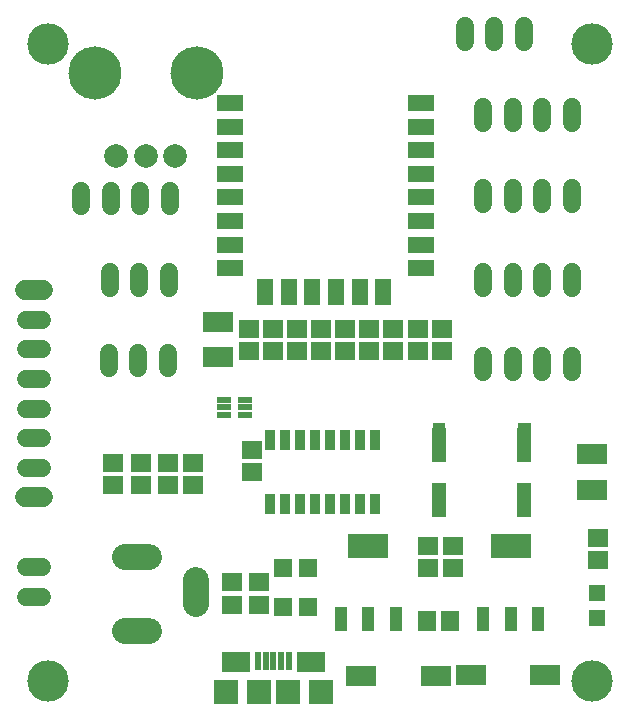
<source format=gbr>
G04 EAGLE Gerber RS-274X export*
G75*
%MOMM*%
%FSLAX34Y34*%
%LPD*%
%INSoldermask Top*%
%IPPOS*%
%AMOC8*
5,1,8,0,0,1.08239X$1,22.5*%
G01*
%ADD10C,3.503200*%
%ADD11R,1.703200X1.503200*%
%ADD12R,2.603200X1.803200*%
%ADD13R,1.503200X1.703200*%
%ADD14R,1.203200X3.003200*%
%ADD15R,1.600200X1.600200*%
%ADD16R,0.603200X1.553200*%
%ADD17R,2.403200X1.803200*%
%ADD18R,2.003200X2.103200*%
%ADD19R,2.103200X2.103200*%
%ADD20C,1.511200*%
%ADD21C,1.711200*%
%ADD22C,2.203200*%
%ADD23R,1.403200X1.403200*%
%ADD24R,1.303200X0.603200*%
%ADD25R,2.503200X1.803200*%
%ADD26R,2.203200X1.403200*%
%ADD27R,1.403200X2.203200*%
%ADD28R,1.103200X2.053200*%
%ADD29R,3.403200X2.053200*%
%ADD30R,0.838200X1.727200*%
%ADD31C,2.003200*%
%ADD32C,4.503200*%

G36*
X365775Y224541D02*
X365775Y224541D01*
X365791Y224539D01*
X365842Y224560D01*
X365895Y224576D01*
X365906Y224588D01*
X365920Y224594D01*
X365952Y224640D01*
X365989Y224681D01*
X365991Y224697D01*
X366000Y224710D01*
X366013Y224790D01*
X366013Y228600D01*
X366010Y228611D01*
X366011Y228619D01*
X366010Y228622D01*
X366011Y228631D01*
X365990Y228682D01*
X365974Y228735D01*
X365962Y228746D01*
X365956Y228760D01*
X365910Y228792D01*
X365869Y228829D01*
X365853Y228831D01*
X365840Y228840D01*
X365760Y228853D01*
X355600Y228853D01*
X355585Y228849D01*
X355569Y228851D01*
X355518Y228830D01*
X355465Y228814D01*
X355454Y228802D01*
X355440Y228796D01*
X355408Y228750D01*
X355371Y228709D01*
X355369Y228693D01*
X355360Y228680D01*
X355347Y228600D01*
X355347Y224790D01*
X355351Y224775D01*
X355349Y224759D01*
X355370Y224708D01*
X355386Y224655D01*
X355398Y224644D01*
X355404Y224630D01*
X355450Y224598D01*
X355491Y224561D01*
X355507Y224559D01*
X355520Y224550D01*
X355600Y224537D01*
X365760Y224537D01*
X365775Y224541D01*
G37*
G36*
X438165Y224541D02*
X438165Y224541D01*
X438181Y224539D01*
X438232Y224560D01*
X438285Y224576D01*
X438296Y224588D01*
X438310Y224594D01*
X438342Y224640D01*
X438379Y224681D01*
X438381Y224697D01*
X438390Y224710D01*
X438403Y224790D01*
X438403Y228600D01*
X438400Y228611D01*
X438401Y228619D01*
X438400Y228622D01*
X438401Y228631D01*
X438380Y228682D01*
X438364Y228735D01*
X438352Y228746D01*
X438346Y228760D01*
X438300Y228792D01*
X438259Y228829D01*
X438243Y228831D01*
X438230Y228840D01*
X438150Y228853D01*
X427990Y228853D01*
X427975Y228849D01*
X427959Y228851D01*
X427908Y228830D01*
X427855Y228814D01*
X427844Y228802D01*
X427830Y228796D01*
X427798Y228750D01*
X427761Y228709D01*
X427759Y228693D01*
X427750Y228680D01*
X427737Y228600D01*
X427737Y224790D01*
X427741Y224775D01*
X427739Y224759D01*
X427760Y224708D01*
X427776Y224655D01*
X427788Y224644D01*
X427794Y224630D01*
X427840Y224598D01*
X427881Y224561D01*
X427897Y224559D01*
X427910Y224550D01*
X427990Y224537D01*
X438150Y224537D01*
X438165Y224541D01*
G37*
D10*
X30000Y550000D03*
X490000Y550000D03*
X490000Y10000D03*
X30000Y10000D03*
D11*
X208092Y74828D03*
X208092Y93828D03*
D12*
X173624Y314588D03*
X173624Y284588D03*
D11*
X200040Y308580D03*
X200040Y289580D03*
X220345Y308697D03*
X220345Y289697D03*
D13*
X350972Y61092D03*
X369972Y61092D03*
D11*
X351150Y105608D03*
X351150Y124608D03*
D12*
X489905Y172353D03*
X489905Y202353D03*
D14*
X432608Y210200D03*
X432608Y163200D03*
D11*
X372938Y124608D03*
X372938Y105608D03*
X201986Y187289D03*
X201986Y206289D03*
D15*
X228600Y105730D03*
X228600Y72710D03*
X249936Y106238D03*
X249936Y73218D03*
D16*
X207520Y27440D03*
X214020Y27440D03*
X220520Y27440D03*
X227020Y27440D03*
X233520Y27440D03*
D17*
X189020Y26190D03*
X252020Y26190D03*
D18*
X180520Y690D03*
D19*
X208520Y690D03*
X232520Y690D03*
D18*
X260520Y690D03*
D20*
X82080Y343360D02*
X82080Y356440D01*
X107080Y356440D02*
X107080Y343360D01*
X132080Y343360D02*
X132080Y356440D01*
X398000Y285320D02*
X398000Y272240D01*
X423000Y272240D02*
X423000Y285320D01*
X448000Y285320D02*
X448000Y272240D01*
X473000Y272240D02*
X473000Y285320D01*
D21*
X25320Y166030D02*
X10240Y166030D01*
D20*
X11240Y191030D02*
X24320Y191030D01*
X24320Y216030D02*
X11240Y216030D01*
X11240Y241030D02*
X24320Y241030D01*
X24320Y266030D02*
X11240Y266030D01*
X11240Y291030D02*
X24320Y291030D01*
X24320Y316030D02*
X11240Y316030D01*
D21*
X10240Y341030D02*
X25320Y341030D01*
D20*
X398000Y483060D02*
X398000Y496140D01*
X423000Y496140D02*
X423000Y483060D01*
X448000Y483060D02*
X448000Y496140D01*
X473000Y496140D02*
X473000Y483060D01*
X24320Y81740D02*
X11240Y81740D01*
X11240Y106740D02*
X24320Y106740D01*
X398000Y414480D02*
X398000Y427560D01*
X423000Y427560D02*
X423000Y414480D01*
X448000Y414480D02*
X448000Y427560D01*
X473000Y427560D02*
X473000Y414480D01*
X57640Y412420D02*
X57640Y425500D01*
X82640Y425500D02*
X82640Y412420D01*
X107640Y412420D02*
X107640Y425500D01*
X132640Y425500D02*
X132640Y412420D01*
X382562Y551564D02*
X382562Y564644D01*
X407562Y564644D02*
X407562Y551564D01*
X432562Y551564D02*
X432562Y564644D01*
X398000Y356440D02*
X398000Y343360D01*
X423000Y343360D02*
X423000Y356440D01*
X448000Y356440D02*
X448000Y343360D01*
X473000Y343360D02*
X473000Y356440D01*
D22*
X115020Y115460D02*
X95020Y115460D01*
X95020Y52460D02*
X115020Y52460D01*
X155020Y75460D02*
X155020Y95460D01*
D23*
X494848Y63988D03*
X494848Y84988D03*
D24*
X196320Y235420D03*
X196320Y241920D03*
X196320Y248420D03*
X178320Y248420D03*
X178320Y241920D03*
X178320Y235420D03*
D11*
X322186Y289712D03*
X322186Y308712D03*
X131280Y195240D03*
X131280Y176240D03*
X362877Y308740D03*
X362877Y289740D03*
X342557Y289740D03*
X342557Y308740D03*
X108420Y195240D03*
X108420Y176240D03*
X301866Y289712D03*
X301866Y308712D03*
X281546Y289712D03*
X281546Y308712D03*
X240906Y289712D03*
X240906Y308712D03*
X152100Y176240D03*
X152100Y195240D03*
X495300Y131608D03*
X495300Y112608D03*
X85090Y195240D03*
X85090Y176240D03*
D25*
X450412Y15052D03*
X387412Y15052D03*
X295040Y14920D03*
X358040Y14920D03*
D26*
X183520Y359740D03*
X183520Y379740D03*
X183520Y399740D03*
X183520Y419740D03*
X183520Y439740D03*
X183520Y459740D03*
X183520Y479740D03*
X183520Y499740D03*
X345520Y359740D03*
X345520Y379740D03*
X345520Y399740D03*
X345520Y419740D03*
X345520Y439740D03*
X345520Y459740D03*
X345520Y479740D03*
X345520Y499740D03*
D27*
X293520Y339740D03*
X213520Y339740D03*
X233520Y339740D03*
X313520Y339740D03*
X253520Y339740D03*
X273520Y339740D03*
D28*
X277980Y62660D03*
X300980Y62660D03*
X323980Y62660D03*
D29*
X300980Y124660D03*
D28*
X398376Y62660D03*
X421376Y62660D03*
X444376Y62660D03*
D29*
X421376Y124660D03*
D30*
X230510Y160390D03*
X255910Y214290D03*
X217810Y160390D03*
X243210Y160390D03*
X255910Y160390D03*
X243210Y214290D03*
X268610Y214290D03*
X281310Y214290D03*
X281310Y160390D03*
X306710Y214290D03*
X268610Y160390D03*
X294010Y160390D03*
X294010Y214290D03*
X306710Y160390D03*
X230510Y214290D03*
X217810Y214290D03*
D31*
X87550Y455250D03*
X112550Y455250D03*
X137550Y455250D03*
D32*
X155550Y525250D03*
X69550Y525250D03*
D20*
X81280Y288000D02*
X81280Y274920D01*
X106280Y274920D02*
X106280Y288000D01*
X131280Y288000D02*
X131280Y274920D01*
D14*
X360680Y210444D03*
X360680Y163444D03*
D11*
X185420Y93828D03*
X185420Y74828D03*
X261112Y308712D03*
X261112Y289712D03*
M02*

</source>
